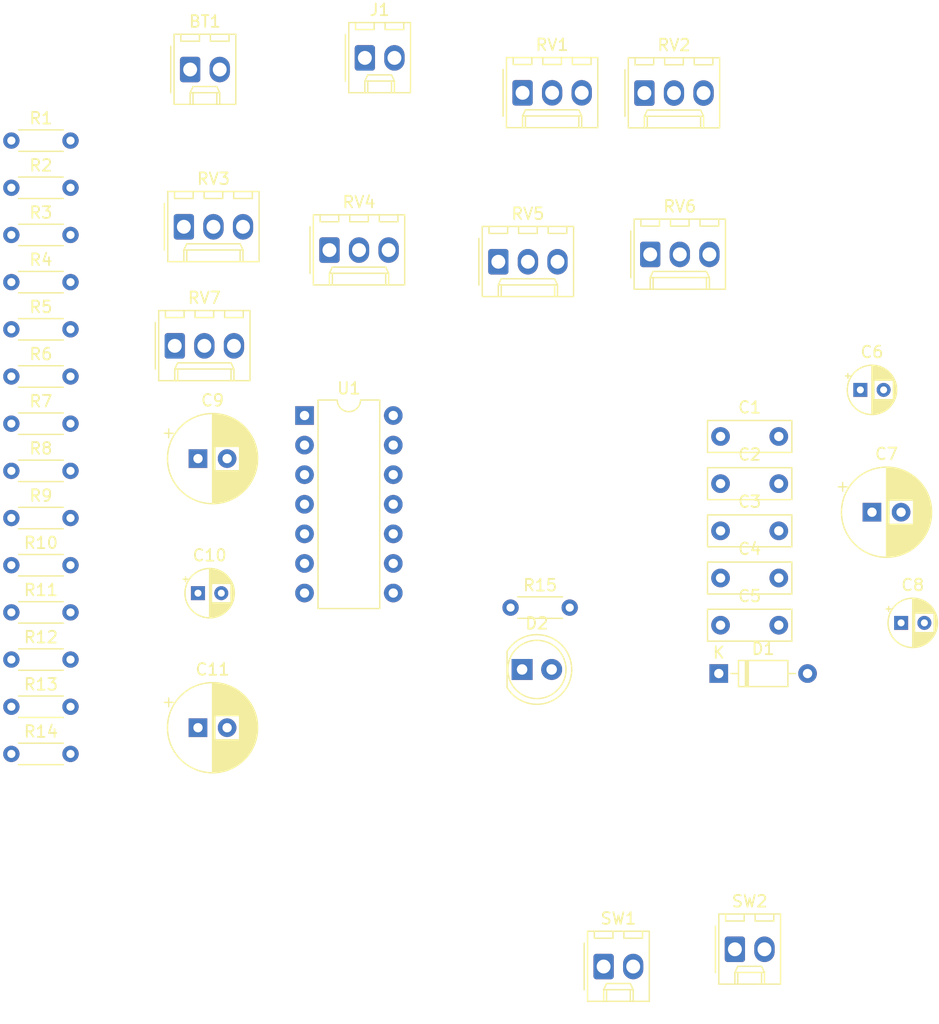
<source format=kicad_pcb>
(kicad_pcb (version 20240108) (generator "pcbnew") (generator_version "8.0")
  (layers (0 "F.Cu" signal) (31 "B.Cu" signal) (34 "B.Paste" user) (35 "F.Paste" user) (36 "B.SilkS" user "B.Silkscreen") (37 "F.SilkS" user "F.Silkscreen") (38 "B.Mask" user) (39 "F.Mask" user) (44 "Edge.Cuts" user))
  (net 0 "")
  (net 1 "VCC")
  (net 2 "GND")
  (net 3 "Net-(C1-Pad1)")
  (net 4 "Net-(C2-Pad1)")
  (net 5 "Net-(C3-Pad1)")
  (net 6 "Net-(C4-Pad1)")
  (net 7 "Net-(U1G-VDD)")
  (net 8 "Net-(C6-Pad1)")
  (net 9 "Net-(D1-K)")
  (net 10 "Net-(C8-Pad2)")
  (net 11 "Net-(C9-Pad2)")
  (net 12 "Net-(C10-Pad2)")
  (net 13 "Net-(C11-Pad2)")
  (net 14 "Net-(J1-In)")
  (net 15 "Net-(R1-Pad2)")
  (net 16 "Net-(R2-Pad2)")
  (net 17 "Net-(R3-Pad2)")
  (net 18 "Net-(R4-Pad2)")
  (net 19 "Net-(R5-Pad2)")
  (net 20 "Net-(R6-Pad2)")
  (net 21 "Net-(R7-Pad2)")
  (net 22 "Net-(R8-Pad2)")
  (net 23 "Net-(SW1-B)")
  (net 24 "Net-(R11-Pad2)")
  (net 25 "Net-(R12-Pad2)")
  (net 26 "Net-(R13-Pad2)")
  (net 27 "Net-(R14-Pad2)")
  (net 28 "Net-(D2-K)")
  (footprint "Connector_Molex:Molex_KK-254_AE-6410-03A_1x03_P2.54mm_Vertical" (layer "F.Cu") (at 243.06 91.09)
    (property "Reference" "RV6" (at 2.54 -4.12 0) (layer "F.SilkS"))
    (property "Value" "1M")
    (pad "1" thru_hole roundrect (at 0 0) (size 1.74 2.19) (drill 1.19) (layers "*.Cu" "*.Mask") (roundrect_rratio 0.143678) (net 24 "Net-(R11-Pad2)"))
    (pad "2" thru_hole oval (at 2.54 0) (size 1.74 2.19) (drill 1.19) (layers "*.Cu" "*.Mask") (net 24 "Net-(R11-Pad2)"))
    (pad "3" thru_hole oval (at 5.08 0) (size 1.74 2.19) (drill 1.19) (layers "*.Cu" "*.Mask") (net 25 "Net-(R12-Pad2)"))
  )
  (footprint "Capacitor_THT:C_Disc_D7.0mm_W2.5mm_P5.00mm" (layer "F.Cu") (at 249.1 114.82)
    (property "Reference" "C3" (at 2.5 -2.5 0) (layer "F.SilkS"))
    (property "Value" "0.01uF")
    (pad "1" thru_hole circle (at 0 0) (size 1.6 1.6) (drill 0.8) (layers "*.Cu" "*.Mask") (net 5 "Net-(C3-Pad1)"))
    (pad "2" thru_hole circle (at 5 0) (size 1.6 1.6) (drill 0.8) (layers "*.Cu" "*.Mask") (net 2 "GND"))
  )
  (footprint "Capacitor_THT:CP_Radial_D4.0mm_P2.00mm" (layer "F.Cu") (at 261.1 102.72)
    (property "Reference" "C6" (at 1 -3.25 0) (layer "F.SilkS"))
    (property "Value" "22uF")
    (pad "1" thru_hole rect (at 0 0) (size 1.2 1.2) (drill 0.6) (layers "*.Cu" "*.Mask") (net 8 "Net-(C6-Pad1)"))
    (pad "2" thru_hole circle (at 2 0) (size 1.2 1.2) (drill 0.6) (layers "*.Cu" "*.Mask") (net 14 "Net-(J1-In)"))
  )
  (footprint "Package_DIP:DIP-14_W7.62mm" (layer "F.Cu") (at 213.38 104.92)
    (property "Reference" "U1" (at 3.81 -2.33 0) (layer "F.SilkS"))
    (property "Value" "40106")
    (pad "1" thru_hole rect (at 0 0) (size 1.6 1.6) (drill 0.8) (layers "*.Cu" "*.Mask") (net 3 "Net-(C1-Pad1)"))
    (pad "2" thru_hole oval (at 0 2.54) (size 1.6 1.6) (drill 0.8) (layers "*.Cu" "*.Mask") (net 19 "Net-(R5-Pad2)"))
    (pad "3" thru_hole oval (at 0 5.08) (size 1.6 1.6) (drill 0.8) (layers "*.Cu" "*.Mask") (net 4 "Net-(C2-Pad1)"))
    (pad "4" thru_hole oval (at 0 7.62) (size 1.6 1.6) (drill 0.8) (layers "*.Cu" "*.Mask") (net 20 "Net-(R6-Pad2)"))
    (pad "5" thru_hole oval (at 0 10.16) (size 1.6 1.6) (drill 0.8) (layers "*.Cu" "*.Mask") (net 5 "Net-(C3-Pad1)"))
    (pad "6" thru_hole oval (at 0 12.7) (size 1.6 1.6) (drill 0.8) (layers "*.Cu" "*.Mask") (net 21 "Net-(R7-Pad2)"))
    (pad "7" thru_hole oval (at 0 15.24) (size 1.6 1.6) (drill 0.8) (layers "*.Cu" "*.Mask") (net 2 "GND"))
    (pad "8" thru_hole oval (at 7.62 15.24) (size 1.6 1.6) (drill 0.8) (layers "*.Cu" "*.Mask") (net 22 "Net-(R8-Pad2)"))
    (pad "9" thru_hole oval (at 7.62 12.7) (size 1.6 1.6) (drill 0.8) (layers "*.Cu" "*.Mask") (net 6 "Net-(C4-Pad1)"))
    (pad "10" thru_hole oval (at 7.62 10.16) (size 1.6 1.6) (drill 0.8) (layers "*.Cu" "*.Mask") (net 25 "Net-(R12-Pad2)"))
    (pad "11" thru_hole oval (at 7.62 7.62) (size 1.6 1.6) (drill 0.8) (layers "*.Cu" "*.Mask") (net 10 "Net-(C8-Pad2)"))
    (pad "12" thru_hole oval (at 7.62 5.08) (size 1.6 1.6) (drill 0.8) (layers "*.Cu" "*.Mask") (net 27 "Net-(R14-Pad2)"))
    (pad "13" thru_hole oval (at 7.62 2.54) (size 1.6 1.6) (drill 0.8) (layers "*.Cu" "*.Mask") (net 12 "Net-(C10-Pad2)"))
    (pad "14" thru_hole oval (at 7.62 0) (size 1.6 1.6) (drill 0.8) (layers "*.Cu" "*.Mask") (net 7 "Net-(U1G-VDD)"))
  )
  (footprint "Capacitor_THT:CP_Radial_D7.5mm_P2.50mm" (layer "F.Cu") (at 204.234646 131.72)
    (property "Reference" "C11" (at 1.25 -5 0) (layer "F.SilkS"))
    (property "Value" "2200uF")
    (pad "1" thru_hole rect (at 0 0) (size 1.6 1.6) (drill 0.8) (layers "*.Cu" "*.Mask") (net 2 "GND"))
    (pad "2" thru_hole circle (at 2.5 0) (size 1.6 1.6) (drill 0.8) (layers "*.Cu" "*.Mask") (net 13 "Net-(C11-Pad2)"))
  )
  (footprint "Capacitor_THT:CP_Radial_D4.0mm_P2.00mm" (layer "F.Cu") (at 204.234646 120.17)
    (property "Reference" "C10" (at 1 -3.25 0) (layer "F.SilkS"))
    (property "Value" "4.7uF")
    (pad "1" thru_hole rect (at 0 0) (size 1.2 1.2) (drill 0.6) (layers "*.Cu" "*.Mask") (net 2 "GND"))
    (pad "2" thru_hole circle (at 2 0) (size 1.2 1.2) (drill 0.6) (layers "*.Cu" "*.Mask") (net 12 "Net-(C10-Pad2)"))
  )
  (footprint "Resistor_THT:R_Axial_DIN0204_L3.6mm_D1.6mm_P5.08mm_Horizontal" (layer "F.Cu") (at 188.21 81.32)
    (property "Reference" "R1" (at 2.54 -1.92 0) (layer "F.SilkS"))
    (property "Value" "10k")
    (pad "1" thru_hole circle (at 0 0) (size 1.4 1.4) (drill 0.7) (layers "*.Cu" "*.Mask") (net 3 "Net-(C1-Pad1)"))
    (pad "2" thru_hole oval (at 5.08 0) (size 1.4 1.4) (drill 0.7) (layers "*.Cu" "*.Mask") (net 15 "Net-(R1-Pad2)"))
  )
  (footprint "Resistor_THT:R_Axial_DIN0204_L3.6mm_D1.6mm_P5.08mm_Horizontal" (layer "F.Cu") (at 188.21 121.82)
    (property "Reference" "R11" (at 2.54 -1.92 0) (layer "F.SilkS"))
    (property "Value" "10k")
    (pad "1" thru_hole circle (at 0 0) (size 1.4 1.4) (drill 0.7) (layers "*.Cu" "*.Mask") (net 10 "Net-(C8-Pad2)"))
    (pad "2" thru_hole oval (at 5.08 0) (size 1.4 1.4) (drill 0.7) (layers "*.Cu" "*.Mask") (net 24 "Net-(R11-Pad2)"))
  )
  (footprint "Connector_Molex:Molex_KK-254_AE-6410-03A_1x03_P2.54mm_Vertical" (layer "F.Cu") (at 242.56 77.24)
    (property "Reference" "RV2" (at 2.54 -4.12 0) (layer "F.SilkS"))
    (property "Value" "1M")
    (pad "1" thru_hole roundrect (at 0 0) (size 1.74 2.19) (drill 1.19) (layers "*.Cu" "*.Mask") (roundrect_rratio 0.143678) (net 16 "Net-(R2-Pad2)"))
    (pad "2" thru_hole oval (at 2.54 0) (size 1.74 2.19) (drill 1.19) (layers "*.Cu" "*.Mask") (net 16 "Net-(R2-Pad2)"))
    (pad "3" thru_hole oval (at 5.08 0) (size 1.74 2.19) (drill 1.19) (layers "*.Cu" "*.Mask") (net 20 "Net-(R6-Pad2)"))
  )
  (footprint "Resistor_THT:R_Axial_DIN0204_L3.6mm_D1.6mm_P5.08mm_Horizontal" (layer "F.Cu") (at 188.21 93.47)
    (property "Reference" "R4" (at 2.54 -1.92 0) (layer "F.SilkS"))
    (property "Value" "10k")
    (pad "1" thru_hole circle (at 0 0) (size 1.4 1.4) (drill 0.7) (layers "*.Cu" "*.Mask") (net 6 "Net-(C4-Pad1)"))
    (pad "2" thru_hole oval (at 5.08 0) (size 1.4 1.4) (drill 0.7) (layers "*.Cu" "*.Mask") (net 18 "Net-(R4-Pad2)"))
  )
  (footprint "Capacitor_THT:C_Disc_D7.0mm_W2.5mm_P5.00mm" (layer "F.Cu") (at 249.1 106.72)
    (property "Reference" "C1" (at 2.5 -2.5 0) (layer "F.SilkS"))
    (property "Value" "2200pF")
    (pad "1" thru_hole circle (at 0 0) (size 1.6 1.6) (drill 0.8) (layers "*.Cu" "*.Mask") (net 3 "Net-(C1-Pad1)"))
    (pad "2" thru_hole circle (at 5 0) (size 1.6 1.6) (drill 0.8) (layers "*.Cu" "*.Mask") (net 2 "GND"))
  )
  (footprint "Capacitor_THT:C_Disc_D7.0mm_W2.5mm_P5.00mm" (layer "F.Cu") (at 249.1 122.92)
    (property "Reference" "C5" (at 2.5 -2.5 0) (layer "F.SilkS"))
    (property "Value" "0.01uF")
    (pad "1" thru_hole circle (at 0 0) (size 1.6 1.6) (drill 0.8) (layers "*.Cu" "*.Mask") (net 7 "Net-(U1G-VDD)"))
    (pad "2" thru_hole circle (at 5 0) (size 1.6 1.6) (drill 0.8) (layers "*.Cu" "*.Mask") (net 2 "GND"))
  )
  (footprint "Resistor_THT:R_Axial_DIN0204_L3.6mm_D1.6mm_P5.08mm_Horizontal" (layer "F.Cu") (at 188.21 101.57)
    (property "Reference" "R6" (at 2.54 -1.92 0) (layer "F.SilkS"))
    (property "Value" "10k")
    (pad "1" thru_hole circle (at 0 0) (size 1.4 1.4) (drill 0.7) (layers "*.Cu" "*.Mask") (net 8 "Net-(C6-Pad1)"))
    (pad "2" thru_hole oval (at 5.08 0) (size 1.4 1.4) (drill 0.7) (layers "*.Cu" "*.Mask") (net 20 "Net-(R6-Pad2)"))
  )
  (footprint "Connector_Molex:Molex_KK-254_AE-6410-03A_1x03_P2.54mm_Vertical" (layer "F.Cu") (at 203.02 88.72)
    (property "Reference" "RV3" (at 2.54 -4.12 0) (layer "F.SilkS"))
    (property "Value" "1M")
    (pad "1" thru_hole roundrect (at 0 0) (size 1.74 2.19) (drill 1.19) (layers "*.Cu" "*.Mask") (roundrect_rratio 0.143678) (net 17 "Net-(R3-Pad2)"))
    (pad "2" thru_hole oval (at 2.54 0) (size 1.74 2.19) (drill 1.19) (layers "*.Cu" "*.Mask") (net 17 "Net-(R3-Pad2)"))
    (pad "3" thru_hole oval (at 5.08 0) (size 1.74 2.19) (drill 1.19) (layers "*.Cu" "*.Mask") (net 21 "Net-(R7-Pad2)"))
  )
  (footprint "Connector_Molex:Molex_KK-254_AE-6410-02A_1x02_P2.54mm_Vertical" (layer "F.Cu") (at 250.33 150.74)
    (property "Reference" "SW2" (at 1.27 -4.12 0) (layer "F.SilkS"))
    (property "Value" "CHARGE")
    (pad "1" thru_hole roundrect (at 0 0) (size 1.74 2.19) (drill 1.19) (layers "*.Cu" "*.Mask") (roundrect_rratio 0.143678) (net 1 "VCC"))
    (pad "2" thru_hole oval (at 2.54 0) (size 1.74 2.19) (drill 1.19) (layers "*.Cu" "*.Mask") (net 23 "Net-(SW1-B)"))
  )
  (footprint "Connector_Molex:Molex_KK-254_AE-6410-02A_1x02_P2.54mm_Vertical" (layer "F.Cu") (at 203.56 75.22)
    (property "Reference" "BT1" (at 1.27 -4.12 0) (layer "F.SilkS"))
    (property "Value" "9V")
    (pad "1" thru_hole roundrect (at 0 0) (size 1.74 2.19) (drill 1.19) (layers "*.Cu" "*.Mask") (roundrect_rratio 0.143678) (net 1 "VCC"))
    (pad "2" thru_hole oval (at 2.54 0) (size 1.74 2.19) (drill 1.19) (layers "*.Cu" "*.Mask") (net 2 "GND"))
  )
  (footprint "Connector_Molex:Molex_KK-254_AE-6410-03A_1x03_P2.54mm_Vertical" (layer "F.Cu") (at 232.1 77.22)
    (property "Reference" "RV1" (at 2.54 -4.12 0) (layer "F.SilkS"))
    (property "Value" "1M")
    (pad "1" thru_hole roundrect (at 0 0) (size 1.74 2.19) (drill 1.19) (layers "*.Cu" "*.Mask") (roundrect_rratio 0.143678) (net 15 "Net-(R1-Pad2)"))
    (pad "2" thru_hole oval (at 2.54 0) (size 1.74 2.19) (drill 1.19) (layers "*.Cu" "*.Mask") (net 15 "Net-(R1-Pad2)"))
    (pad "3" thru_hole oval (at 5.08 0) (size 1.74 2.19) (drill 1.19) (layers "*.Cu" "*.Mask") (net 19 "Net-(R5-Pad2)"))
  )
  (footprint "Connector_Molex:Molex_KK-254_AE-6410-03A_1x03_P2.54mm_Vertical" (layer "F.Cu") (at 202.24 98.94)
    (property "Reference" "RV7" (at 2.54 -4.12 0) (layer "F.SilkS"))
    (property "Value" "1M")
    (pad "1" thru_hole roundrect (at 0 0) (size 1.74 2.19) (drill 1.19) (layers "*.Cu" "*.Mask") (roundrect_rratio 0.143678) (net 26 "Net-(R13-Pad2)"))
    (pad "2" thru_hole oval (at 2.54 0) (size 1.74 2.19) (drill 1.19) (layers "*.Cu" "*.Mask") (net 26 "Net-(R13-Pad2)"))
    (pad "3" thru_hole oval (at 5.08 0) (size 1.74 2.19) (drill 1.19) (layers "*.Cu" "*.Mask") (net 27 "Net-(R14-Pad2)"))
  )
  (footprint "Capacitor_THT:C_Disc_D7.0mm_W2.5mm_P5.00mm" (layer "F.Cu") (at 249.1 118.87)
    (property "Reference" "C4" (at 2.5 -2.5 0) (layer "F.SilkS"))
    (property "Value" "0.01uF")
    (pad "1" thru_hole circle (at 0 0) (size 1.6 1.6) (drill 0.8) (layers "*.Cu" "*.Mask") (net 6 "Net-(C4-Pad1)"))
    (pad "2" thru_hole circle (at 5 0) (size 1.6 1.6) (drill 0.8) (layers "*.Cu" "*.Mask") (net 2 "GND"))
  )
  (footprint "Resistor_THT:R_Axial_DIN0204_L3.6mm_D1.6mm_P5.08mm_Horizontal" (layer "F.Cu") (at 188.21 133.97)
    (property "Reference" "R14" (at 2.54 -1.92 0) (layer "F.SilkS"))
    (property "Value" "100")
    (pad "1" thru_hole circle (at 0 0) (size 1.4 1.4) (drill 0.7) (layers "*.Cu" "*.Mask") (net 13 "Net-(C11-Pad2)"))
    (pad "2" thru_hole oval (at 5.08 0) (size 1.4 1.4) (drill 0.7) (layers "*.Cu" "*.Mask") (net 27 "Net-(R14-Pad2)"))
  )
  (footprint "Resistor_THT:R_Axial_DIN0204_L3.6mm_D1.6mm_P5.08mm_Horizontal" (layer "F.Cu") (at 188.21 89.42)
    (property "Reference" "R3" (at 2.54 -1.92 0) (layer "F.SilkS"))
    (property "Value" "10k")
    (pad "1" thru_hole circle (at 0 0) (size 1.4 1.4) (drill 0.7) (layers "*.Cu" "*.Mask") (net 5 "Net-(C3-Pad1)"))
    (pad "2" thru_hole oval (at 5.08 0) (size 1.4 1.4) (drill 0.7) (layers "*.Cu" "*.Mask") (net 17 "Net-(R3-Pad2)"))
  )
  (footprint "Capacitor_THT:CP_Radial_D7.5mm_P2.50mm" (layer "F.Cu") (at 204.234646 108.62)
    (property "Reference" "C9" (at 1.25 -5 0) (layer "F.SilkS"))
    (property "Value" "2200uF")
    (pad "1" thru_hole rect (at 0 0) (size 1.6 1.6) (drill 0.8) (layers "*.Cu" "*.Mask") (net 2 "GND"))
    (pad "2" thru_hole circle (at 2.5 0) (size 1.6 1.6) (drill 0.8) (layers "*.Cu" "*.Mask") (net 11 "Net-(C9-Pad2)"))
  )
  (footprint "Capacitor_THT:CP_Radial_D4.0mm_P2.00mm" (layer "F.Cu") (at 264.6 122.72)
    (property "Reference" "C8" (at 1 -3.25 0) (layer "F.SilkS"))
    (property "Value" "4.7uF")
    (pad "1" thru_hole rect (at 0 0) (size 1.2 1.2) (drill 0.6) (layers "*.Cu" "*.Mask") (net 2 "GND"))
    (pad "2" thru_hole circle (at 2 0) (size 1.2 1.2) (drill 0.6) (layers "*.Cu" "*.Mask") (net 10 "Net-(C8-Pad2)"))
  )
  (footprint "Resistor_THT:R_Axial_DIN0204_L3.6mm_D1.6mm_P5.08mm_Horizontal" (layer "F.Cu") (at 188.21 105.62)
    (property "Reference" "R7" (at 2.54 -1.92 0) (layer "F.SilkS"))
    (property "Value" "10k")
    (pad "1" thru_hole circle (at 0 0) (size 1.4 1.4) (drill 0.7) (layers "*.Cu" "*.Mask") (net 8 "Net-(C6-Pad1)"))
    (pad "2" thru_hole oval (at 5.08 0) (size 1.4 1.4) (drill 0.7) (layers "*.Cu" "*.Mask") (net 21 "Net-(R7-Pad2)"))
  )
  (footprint "Resistor_THT:R_Axial_DIN0204_L3.6mm_D1.6mm_P5.08mm_Horizontal" (layer "F.Cu") (at 188.21 125.87)
    (property "Reference" "R12" (at 2.54 -1.92 0) (layer "F.SilkS"))
    (property "Value" "100")
    (pad "1" thru_hole circle (at 0 0) (size 1.4 1.4) (drill 0.7) (layers "*.Cu" "*.Mask") (net 11 "Net-(C9-Pad2)"))
    (pad "2" thru_hole oval (at 5.08 0) (size 1.4 1.4) (drill 0.7) (layers "*.Cu" "*.Mask") (net 25 "Net-(R12-Pad2)"))
  )
  (footprint "Resistor_THT:R_Axial_DIN0204_L3.6mm_D1.6mm_P5.08mm_Horizontal" (layer "F.Cu") (at 188.21 117.77)
    (property "Reference" "R10" (at 2.54 -1.92 0) (layer "F.SilkS"))
    (property "Value" "22")
    (pad "1" thru_hole circle (at 0 0) (size 1.4 1.4) (drill 0.7) (layers "*.Cu" "*.Mask") (net 23 "Net-(SW1-B)"))
    (pad "2" thru_hole oval (at 5.08 0) (size 1.4 1.4) (drill 0.7) (layers "*.Cu" "*.Mask") (net 9 "Net-(D1-K)"))
  )
  (footprint "Capacitor_THT:C_Disc_D7.0mm_W2.5mm_P5.00mm" (layer "F.Cu") (at 249.1 110.77)
    (property "Reference" "C2" (at 2.5 -2.5 0) (layer "F.SilkS"))
    (property "Value" "2200pF")
    (pad "1" thru_hole circle (at 0 0) (size 1.6 1.6) (drill 0.8) (layers "*.Cu" "*.Mask") (net 4 "Net-(C2-Pad1)"))
    (pad "2" thru_hole circle (at 5 0) (size 1.6 1.6) (drill 0.8) (layers "*.Cu" "*.Mask") (net 2 "GND"))
  )
  (footprint "Resistor_THT:R_Axial_DIN0204_L3.6mm_D1.6mm_P5.08mm_Horizontal" (layer "F.Cu") (at 188.21 129.92)
    (property "Reference" "R13" (at 2.54 -1.92 0) (layer "F.SilkS"))
    (property "Value" "10k")
    (pad "1" thru_hole circle (at 0 0) (size 1.4 1.4) (drill 0.7) (layers "*.Cu" "*.Mask") (net 12 "Net-(C10-Pad2)"))
    (pad "2" thru_hole oval (at 5.08 0) (size 1.4 1.4) (drill 0.7) (layers "*.Cu" "*.Mask") (net 26 "Net-(R13-Pad2)"))
  )
  (footprint "Connector_Molex:Molex_KK-254_AE-6410-03A_1x03_P2.54mm_Vertical" (layer "F.Cu") (at 215.52 90.72)
    (property "Reference" "RV4" (at 2.54 -4.12 0) (layer "F.SilkS"))
    (property "Value" "1M")
    (pad "1" thru_hole roundrect (at 0 0) (size 1.74 2.19) (drill 1.19) (layers "*.Cu" "*.Mask") (roundrect_rratio 0.143678) (net 18 "Net-(R4-Pad2)"))
    (pad "2" thru_hole oval (at 2.54 0) (size 1.74 2.19) (drill 1.19) (layers "*.Cu" "*.Mask") (net 18 "Net-(R4-Pad2)"))
    (pad "3" thru_hole oval (at 5.08 0) (size 1.74 2.19) (drill 1.19) (layers "*.Cu" "*.Mask") (net 22 "Net-(R8-Pad2)"))
  )
  (footprint "Resistor_THT:R_Axial_DIN0204_L3.6mm_D1.6mm_P5.08mm_Horizontal" (layer "F.Cu") (at 188.21 109.67)
    (property "Reference" "R8" (at 2.54 -1.92 0) (layer "F.SilkS"))
    (property "Value" "10k")
    (pad "1" thru_hole circle (at 0 0) (size 1.4 1.4) (drill 0.7) (layers "*.Cu" "*.Mask") (net 8 "Net-(C6-Pad1)"))
    (pad "2" thru_hole oval (at 5.08 0) (size 1.4 1.4) (drill 0.7) (layers "*.Cu" "*.Mask") (net 22 "Net-(R8-Pad2)"))
  )
  (footprint "Connector_Molex:Molex_KK-254_AE-6410-03A_1x03_P2.54mm_Vertical" (layer "F.Cu") (at 230.02 91.72)
    (property "Reference" "RV5" (at 2.54 -4.12 0) (layer "F.SilkS"))
    (property "Value" "10k")
    (pad "1" thru_hole roundrect (at 0 0) (size 1.74 2.19) (drill 1.19) (layers "*.Cu" "*.Mask") (roundrect_rratio 0.143678) (net 9 "Net-(D1-K)"))
    (pad "2" thru_hole oval (at 2.54 0) (size 1.74 2.19) (drill 1.19) (layers "*.Cu" "*.Mask") (net 9 "Net-(D1-K)"))
    (pad "3" thru_hole oval (at 5.08 0) (size 1.74 2.19) (drill 1.19) (layers "*.Cu" "*.Mask") (net 7 "Net-(U1G-VDD)"))
  )
  (footprint "Connector_Molex:Molex_KK-254_AE-6410-02A_1x02_P2.54mm_Vertical" (layer "F.Cu") (at 218.56 74.22)
    (property "Reference" "J1" (at 1.27 -4.12 0) (layer "F.SilkS"))
    (property "Value" "AUDIO OUTPUT")
    (pad "1" thru_hole roundrect (at 0 0) (size 1.74 2.19) (drill 1.19) (layers "*.Cu" "*.Mask") (roundrect_rratio 0.143678) (net 14 "Net-(J1-In)"))
    (pad "2" thru_hole oval (at 2.54 0) (size 1.74 2.19) (drill 1.19) (layers "*.Cu" "*.Mask") (net 2 "GND"))
  )
  (footprint "Resistor_THT:R_Axial_DIN0204_L3.6mm_D1.6mm_P5.08mm_Horizontal" (layer "F.Cu") (at 231.07 121.41)
    (property "Reference" "R15" (at 2.54 -1.92 0) (layer "F.SilkS"))
    (property "Value" "560")
    (pad "1" thru_hole circle (at 0 0) (size 1.4 1.4) (drill 0.7) (layers "*.Cu" "*.Mask") (net 2 "GND"))
    (pad "2" thru_hole oval (at 5.08 0) (size 1.4 1.4) (drill 0.7) (layers "*.Cu" "*.Mask") (net 28 "Net-(D2-K)"))
  )
  (footprint "Resistor_THT:R_Axial_DIN0204_L3.6mm_D1.6mm_P5.08mm_Horizontal" (layer "F.Cu") (at 188.21 97.52)
    (property "Reference" "R5" (at 2.54 -1.92 0) (layer "F.SilkS"))
    (property "Value" "10k")
    (pad "1" thru_hole circle (at 0 0) (size 1.4 1.4) (drill 0.7) (layers "*.Cu" "*.Mask") (net 8 "Net-(C6-Pad1)"))
    (pad "2" thru_hole oval (at 5.08 0) (size 1.4 1.4) (drill 0.7) (layers "*.Cu" "*.Mask") (net 19 "Net-(R5-Pad2)"))
  )
  (footprint "Resistor_THT:R_Axial_DIN0204_L3.6mm_D1.6mm_P5.08mm_Horizontal" (layer "F.Cu") (at 188.21 113.72)
    (property "Reference" "R9" (at 2.54 -1.92 0) (layer "F.SilkS"))
    (property "Value" "100k")
    (pad "1" thru_hole circle (at 0 0) (size 1.4 1.4) (drill 0.7) (layers "*.Cu" "*.Mask") (net 2 "GND"))
    (pad "2" thru_hole oval (at 5.08 0) (size 1.4 1.4) (drill 0.7) (layers "*.Cu" "*.Mask") (net 14 "Net-(J1-In)"))
  )
  (footprint "LED_THT:LED_D5.0mm" (layer "F.Cu") (at 232.06 126.72)
    (property "Reference" "D2" (at 1.27 -3.96 0) (layer "F.SilkS"))
    (property "Value" "LED")
    (pad "1" thru_hole rect (at 0 0) (size 1.8 1.8) (drill 0.9) (layers "*.Cu" "*.Mask") (net 28 "Net-(D2-K)"))
    (pad "2" thru_hole circle (at 2.54 0) (size 1.8 1.8) (drill 0.9) (layers "*.Cu" "*.Mask") (net 1 "VCC"))
  )
  (footprint "Capacitor_THT:CP_Radial_D7.5mm_P2.50mm" (layer "F.Cu") (at 262.1 113.22)
    (property "Reference" "C7" (at 1.25 -5 0) (layer "F.SilkS"))
    (property "Value" "2200uF")
    (pad "1" thru_hole rect (at 0 0) (size 1.6 1.6) (drill 0.8) (layers "*.Cu" "*.Mask") (net 9 "Net-(D1-K)"))
    (pad "2" thru_hole circle (at 2.5 0) (size 1.6 1.6) (drill 0.8) (layers "*.Cu" "*.Mask") (net 2 "GND"))
  )
  (footprint "Connector_Molex:Molex_KK-254_AE-6410-02A_1x02_P2.54mm_Vertical" (layer "F.Cu") (at 239.06 152.22)
    (property "Reference" "SW1" (at 1.27 -4.12 0) (layer "F.SilkS"))
    (property "Value" "POWER")
    (pad "1" thru_hole roundrect (at 0 0) (size 1.74 2.19) (drill 1.19) (layers "*.Cu" "*.Mask") (roundrect_rratio 0.143678) (net 1 "VCC"))
    (pad "2" thru_hole oval (at 2.54 0) (size 1.74 2.19) (drill 1.19) (layers "*.Cu" "*.Mask") (net 23 "Net-(SW1-B)"))
  )
  (footprint "Resistor_THT:R_Axial_DIN0204_L3.6mm_D1.6mm_P5.08mm_Horizontal" (layer "F.Cu") (at 188.21 85.37)
    (property "Reference" "R2" (at 2.54 -1.92 0) (layer "F.SilkS"))
    (property "Value" "10k")
    (pad "1" thru_hole circle (at 0 0) (size 1.4 1.4) (drill 0.7) (layers "*.Cu" "*.Mask") (net 4 "Net-(C2-Pad1)"))
    (pad "2" thru_hole oval (at 5.08 0) (size 1.4 1.4) (drill 0.7) (layers "*.Cu" "*.Mask") (net 16 "Net-(R2-Pad2)"))
  )
  (footprint "Diode_THT:D_DO-35_SOD27_P7.62mm_Horizontal" (layer "F.Cu") (at 248.95 127.07)
    (property "Reference" "D1" (at 3.81 -2.12 0) (layer "F.SilkS"))
    (property "Value" "MUR210G*")
    (fp_text user "K" (at 0 -1.8 0) (layer "F.SilkS"))
    (pad "1" thru_hole rect (at 0 0) (size 1.6 1.6) (drill 0.8) (layers "*.Cu" "*.Mask") (net 9 "Net-(D1-K)"))
    (pad "2" thru_hole oval (at 7.62 0) (size 1.6 1.6) (drill 0.8) (layers "*.Cu" "*.Mask") (net 2 "GND"))
  )
)
</source>
